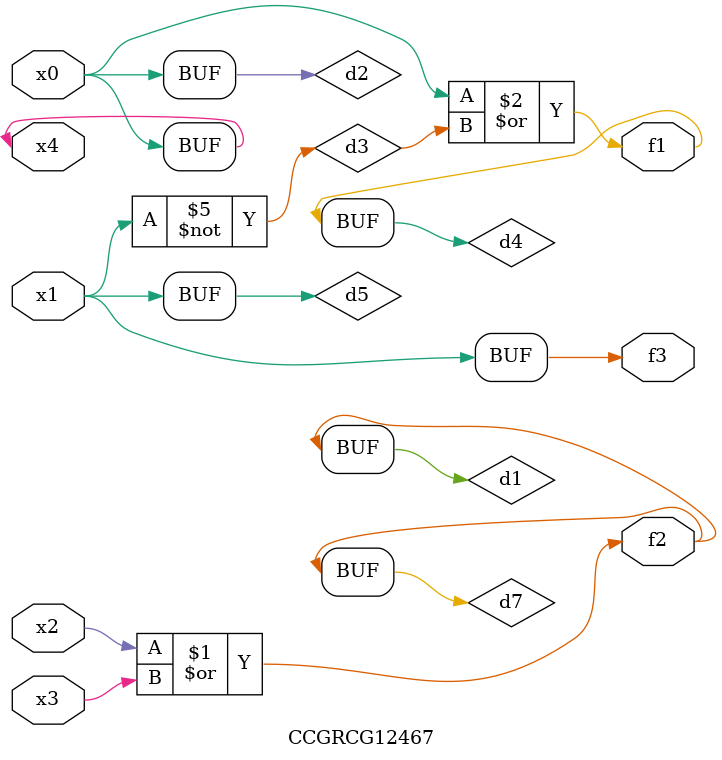
<source format=v>
module CCGRCG12467(
	input x0, x1, x2, x3, x4,
	output f1, f2, f3
);

	wire d1, d2, d3, d4, d5, d6, d7;

	or (d1, x2, x3);
	buf (d2, x0, x4);
	not (d3, x1);
	or (d4, d2, d3);
	not (d5, d3);
	nand (d6, d1, d3);
	or (d7, d1);
	assign f1 = d4;
	assign f2 = d7;
	assign f3 = d5;
endmodule

</source>
